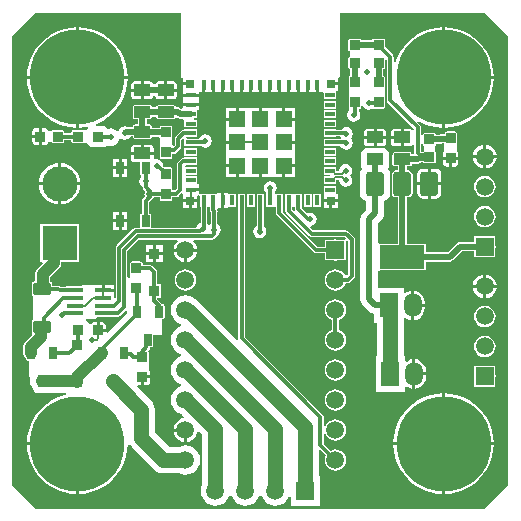
<source format=gtl>
G04*
G04 #@! TF.GenerationSoftware,Altium Limited,Altium Designer,20.0.7 (75)*
G04*
G04 Layer_Physical_Order=1*
G04 Layer_Color=255*
%FSLAX44Y44*%
%MOMM*%
G71*
G01*
G75*
%ADD18R,0.7112X0.9906*%
G04:AMPARAMS|DCode=19|XSize=0.9mm|YSize=0.8mm|CornerRadius=0.06mm|HoleSize=0mm|Usage=FLASHONLY|Rotation=0.000|XOffset=0mm|YOffset=0mm|HoleType=Round|Shape=RoundedRectangle|*
%AMROUNDEDRECTD19*
21,1,0.9000,0.6800,0,0,0.0*
21,1,0.7800,0.8000,0,0,0.0*
1,1,0.1200,0.3900,-0.3400*
1,1,0.1200,-0.3900,-0.3400*
1,1,0.1200,-0.3900,0.3400*
1,1,0.1200,0.3900,0.3400*
%
%ADD19ROUNDEDRECTD19*%
G04:AMPARAMS|DCode=20|XSize=0.9mm|YSize=0.8mm|CornerRadius=0.06mm|HoleSize=0mm|Usage=FLASHONLY|Rotation=270.000|XOffset=0mm|YOffset=0mm|HoleType=Round|Shape=RoundedRectangle|*
%AMROUNDEDRECTD20*
21,1,0.9000,0.6800,0,0,270.0*
21,1,0.7800,0.8000,0,0,270.0*
1,1,0.1200,-0.3400,-0.3900*
1,1,0.1200,-0.3400,0.3900*
1,1,0.1200,0.3400,0.3900*
1,1,0.1200,0.3400,-0.3900*
%
%ADD20ROUNDEDRECTD20*%
G04:AMPARAMS|DCode=21|XSize=0.8mm|YSize=0.9mm|CornerRadius=0.06mm|HoleSize=0mm|Usage=FLASHONLY|Rotation=0.000|XOffset=0mm|YOffset=0mm|HoleType=Round|Shape=RoundedRectangle|*
%AMROUNDEDRECTD21*
21,1,0.8000,0.7800,0,0,0.0*
21,1,0.6800,0.9000,0,0,0.0*
1,1,0.1200,0.3400,-0.3900*
1,1,0.1200,-0.3400,-0.3900*
1,1,0.1200,-0.3400,0.3900*
1,1,0.1200,0.3400,0.3900*
%
%ADD21ROUNDEDRECTD21*%
%ADD22R,1.3208X0.4318*%
G04:AMPARAMS|DCode=23|XSize=1mm|YSize=1.5mm|CornerRadius=0.05mm|HoleSize=0mm|Usage=FLASHONLY|Rotation=270.000|XOffset=0mm|YOffset=0mm|HoleType=Round|Shape=RoundedRectangle|*
%AMROUNDEDRECTD23*
21,1,1.0000,1.4000,0,0,270.0*
21,1,0.9000,1.5000,0,0,270.0*
1,1,0.1000,-0.7000,-0.4500*
1,1,0.1000,-0.7000,0.4500*
1,1,0.1000,0.7000,0.4500*
1,1,0.1000,0.7000,-0.4500*
%
%ADD23ROUNDEDRECTD23*%
G04:AMPARAMS|DCode=24|XSize=0.6mm|YSize=1.05mm|CornerRadius=0.045mm|HoleSize=0mm|Usage=FLASHONLY|Rotation=0.000|XOffset=0mm|YOffset=0mm|HoleType=Round|Shape=RoundedRectangle|*
%AMROUNDEDRECTD24*
21,1,0.6000,0.9600,0,0,0.0*
21,1,0.5100,1.0500,0,0,0.0*
1,1,0.0900,0.2550,-0.4800*
1,1,0.0900,-0.2550,-0.4800*
1,1,0.0900,-0.2550,0.4800*
1,1,0.0900,0.2550,0.4800*
%
%ADD24ROUNDEDRECTD24*%
%ADD25R,0.9500X0.9000*%
G04:AMPARAMS|DCode=26|XSize=0.95mm|YSize=1.4mm|CornerRadius=0.0712mm|HoleSize=0mm|Usage=FLASHONLY|Rotation=90.000|XOffset=0mm|YOffset=0mm|HoleType=Round|Shape=RoundedRectangle|*
%AMROUNDEDRECTD26*
21,1,0.9500,1.2575,0,0,90.0*
21,1,0.8075,1.4000,0,0,90.0*
1,1,0.1425,0.6288,0.4037*
1,1,0.1425,0.6288,-0.4037*
1,1,0.1425,-0.6288,-0.4037*
1,1,0.1425,-0.6288,0.4037*
%
%ADD26ROUNDEDRECTD26*%
G04:AMPARAMS|DCode=27|XSize=0.8mm|YSize=0.9mm|CornerRadius=0.06mm|HoleSize=0mm|Usage=FLASHONLY|Rotation=90.000|XOffset=0mm|YOffset=0mm|HoleType=Round|Shape=RoundedRectangle|*
%AMROUNDEDRECTD27*
21,1,0.8000,0.7800,0,0,90.0*
21,1,0.6800,0.9000,0,0,90.0*
1,1,0.1200,0.3900,0.3400*
1,1,0.1200,0.3900,-0.3400*
1,1,0.1200,-0.3900,-0.3400*
1,1,0.1200,-0.3900,0.3400*
%
%ADD27ROUNDEDRECTD27*%
G04:AMPARAMS|DCode=28|XSize=1.5mm|YSize=2mm|CornerRadius=0.1875mm|HoleSize=0mm|Usage=FLASHONLY|Rotation=180.000|XOffset=0mm|YOffset=0mm|HoleType=Round|Shape=RoundedRectangle|*
%AMROUNDEDRECTD28*
21,1,1.5000,1.6250,0,0,180.0*
21,1,1.1250,2.0000,0,0,180.0*
1,1,0.3750,-0.5625,0.8125*
1,1,0.3750,0.5625,0.8125*
1,1,0.3750,0.5625,-0.8125*
1,1,0.3750,-0.5625,-0.8125*
%
%ADD28ROUNDEDRECTD28*%
G04:AMPARAMS|DCode=29|XSize=3.8mm|YSize=2mm|CornerRadius=0.05mm|HoleSize=0mm|Usage=FLASHONLY|Rotation=180.000|XOffset=0mm|YOffset=0mm|HoleType=Round|Shape=RoundedRectangle|*
%AMROUNDEDRECTD29*
21,1,3.8000,1.9000,0,0,180.0*
21,1,3.7000,2.0000,0,0,180.0*
1,1,0.1000,-1.8500,0.9500*
1,1,0.1000,1.8500,0.9500*
1,1,0.1000,1.8500,-0.9500*
1,1,0.1000,-1.8500,-0.9500*
%
%ADD29ROUNDEDRECTD29*%
%ADD30R,1.4478X1.4478*%
%ADD31R,0.7112X0.7112*%
%ADD32R,0.4064X0.8128*%
%ADD33R,0.8128X0.4064*%
%ADD56C,0.1824*%
%ADD57C,0.3000*%
%ADD58C,0.5000*%
%ADD59C,1.2500*%
%ADD60C,1.0000*%
%ADD61C,1.5000*%
%ADD62R,1.5000X1.5000*%
%ADD63C,3.0000*%
%ADD64R,3.0000X3.0000*%
%ADD65R,1.5000X1.5000*%
%ADD66R,1.5000X2.0000*%
%ADD67O,1.5000X2.0000*%
%ADD68C,8.0000*%
%ADD69C,0.5000*%
G36*
X210000Y190000D02*
Y-190000D01*
X190000Y-210000D01*
X-190000D01*
X-210000Y-190000D01*
Y190000D01*
X-190000Y210000D01*
X-67415D01*
Y156007D01*
X-67012Y155035D01*
X-66040Y154632D01*
X-65596D01*
Y150770D01*
X-59500D01*
Y148230D01*
X-65596D01*
Y144572D01*
X-65604D01*
Y141270D01*
X-59000D01*
X-52396D01*
Y142396D01*
X-49270D01*
Y149000D01*
X-46730D01*
Y142396D01*
X-41270D01*
Y149000D01*
X-38730D01*
Y142396D01*
X-33270D01*
Y149000D01*
X-30730D01*
Y142396D01*
X-25270D01*
Y149000D01*
X-22730D01*
Y142396D01*
X-17270D01*
Y149000D01*
X-14730D01*
Y142396D01*
X-9270D01*
Y149000D01*
X-6730D01*
Y142396D01*
X-1270D01*
Y149000D01*
X1270D01*
Y142396D01*
X6730D01*
Y149000D01*
X9270D01*
Y142396D01*
X14730D01*
Y149000D01*
X17270D01*
Y142396D01*
X22730D01*
Y149000D01*
X25270D01*
Y142396D01*
X30730D01*
Y149000D01*
X33270D01*
Y142396D01*
X38730D01*
Y149000D01*
X41270D01*
Y142396D01*
X46730D01*
Y149000D01*
X49270D01*
Y142396D01*
X52396D01*
X52572Y142396D01*
X53666Y141971D01*
Y136698D01*
X64334D01*
X64334Y143302D01*
X65562Y143404D01*
X65596D01*
Y148230D01*
X59500D01*
Y150770D01*
X65596D01*
Y154632D01*
X66040D01*
X67012Y155035D01*
X67415Y156007D01*
Y210000D01*
X190000D01*
X210000Y190000D01*
D02*
G37*
%LPC*%
G36*
X153730Y197548D02*
X149436Y197267D01*
X143966Y196179D01*
X138686Y194386D01*
X133684Y191920D01*
X129048Y188822D01*
X124855Y185145D01*
X121178Y180952D01*
X118080Y176316D01*
X115614Y171314D01*
X114094Y166838D01*
X112824Y167048D01*
Y172500D01*
X112609Y173581D01*
X111997Y174497D01*
X105807Y180688D01*
Y185900D01*
X105661Y186630D01*
X105248Y187248D01*
X104630Y187661D01*
X103900Y187807D01*
X96100D01*
X95370Y187661D01*
X94752Y187248D01*
X94339Y186630D01*
X94282Y186344D01*
X85718D01*
X85661Y186630D01*
X85248Y187248D01*
X84630Y187661D01*
X83900Y187807D01*
X76100D01*
X75370Y187661D01*
X74752Y187248D01*
X74338Y186630D01*
X74193Y185900D01*
Y179100D01*
X74338Y178370D01*
X74752Y177752D01*
X75370Y177339D01*
X75500Y177313D01*
Y172687D01*
X75370Y172661D01*
X74752Y172248D01*
X74338Y171630D01*
X74193Y170900D01*
Y164100D01*
X74338Y163370D01*
X74752Y162752D01*
X75370Y162339D01*
X76100Y162193D01*
X76156D01*
Y156718D01*
X75870Y156662D01*
X75252Y156248D01*
X74839Y155630D01*
X74693Y154900D01*
Y147100D01*
X74752Y146807D01*
X74625Y146502D01*
Y138502D01*
X74752Y138196D01*
X74693Y137900D01*
Y130100D01*
X74839Y129370D01*
X75189Y128846D01*
X75248Y128697D01*
X75150Y127292D01*
X75035Y127215D01*
X73819Y125396D01*
X73392Y123250D01*
X73819Y121104D01*
X75035Y119285D01*
X76854Y118069D01*
X79000Y117642D01*
X81146Y118069D01*
X82965Y119285D01*
X84181Y121104D01*
X84608Y123250D01*
X84181Y125396D01*
X83160Y126923D01*
X83281Y127565D01*
X83398Y127838D01*
X83685Y128250D01*
X84130Y128338D01*
X84748Y128752D01*
X85162Y129370D01*
X85307Y130100D01*
Y130941D01*
X86569Y131104D01*
X87785Y129285D01*
X89604Y128069D01*
X91750Y127642D01*
X93896Y128069D01*
X95149Y128906D01*
X95252Y128752D01*
X95870Y128338D01*
X96600Y128193D01*
X103400D01*
X104130Y128338D01*
X104748Y128752D01*
X105162Y129370D01*
X105307Y130100D01*
Y137900D01*
X105248Y138196D01*
X105374Y138502D01*
Y146502D01*
X105248Y146807D01*
X105307Y147100D01*
Y154900D01*
X105162Y155630D01*
X104748Y156248D01*
X104130Y156662D01*
X103844Y156718D01*
Y162193D01*
X103900D01*
X104630Y162339D01*
X105248Y162752D01*
X105661Y163370D01*
X105807Y164100D01*
Y169536D01*
X107077Y170256D01*
X107176Y170196D01*
Y135750D01*
X107176Y135750D01*
X107391Y134669D01*
X108003Y133753D01*
X129945Y111810D01*
X129846Y111102D01*
X129151Y110833D01*
X128510Y110714D01*
X127557Y111351D01*
X126287Y111604D01*
X121270D01*
Y104250D01*
X120000D01*
D01*
X121270D01*
Y96896D01*
X126287D01*
X127557Y97149D01*
X128632Y97867D01*
X128906Y98277D01*
X130176Y97891D01*
Y91307D01*
X130176Y91306D01*
X130264Y90864D01*
X129562Y89829D01*
X129035Y89812D01*
X128277Y89948D01*
X128155Y90561D01*
X127717Y91217D01*
X127061Y91655D01*
X126287Y91809D01*
X113713D01*
X112939Y91655D01*
X112283Y91217D01*
X111845Y90561D01*
X111691Y89788D01*
Y81713D01*
X111845Y80939D01*
X112283Y80283D01*
X112939Y79845D01*
X113713Y79691D01*
X116156D01*
Y76332D01*
X114375D01*
X113148Y76087D01*
X112108Y75392D01*
X111412Y74352D01*
X111168Y73125D01*
Y56875D01*
X111412Y55648D01*
X112108Y54608D01*
X113148Y53913D01*
X114375Y53668D01*
X116156D01*
Y14305D01*
X101500D01*
X101085Y14222D01*
X100175Y14718D01*
X99815Y15030D01*
Y32117D01*
X102349Y34651D01*
X103551Y36218D01*
X104307Y38042D01*
X104436Y39021D01*
X104565Y40000D01*
X104565Y40000D01*
Y50237D01*
X106092Y50870D01*
X107528Y51972D01*
X108630Y53408D01*
X109323Y55080D01*
X109559Y56875D01*
Y73125D01*
X109323Y74920D01*
X108630Y76592D01*
X107618Y77911D01*
X108669Y79484D01*
X109112Y81713D01*
Y89788D01*
X108669Y92016D01*
X107406Y93906D01*
X105516Y95169D01*
X103287Y95612D01*
X90712D01*
X88484Y95169D01*
X86594Y93906D01*
X85331Y92016D01*
X84888Y89788D01*
Y81713D01*
X85331Y79484D01*
X86382Y77911D01*
X85370Y76592D01*
X84677Y74920D01*
X84441Y73125D01*
Y56875D01*
X84677Y55080D01*
X85370Y53408D01*
X86472Y51972D01*
X87908Y50870D01*
X89435Y50237D01*
Y43133D01*
X86901Y40599D01*
X85699Y39032D01*
X84943Y37208D01*
X84685Y35250D01*
Y-32750D01*
X84943Y-34708D01*
X85699Y-36532D01*
X86901Y-38099D01*
X91580Y-42778D01*
X91580Y-42778D01*
X93147Y-43980D01*
X94971Y-44736D01*
X96500Y-44937D01*
Y-53000D01*
X98653D01*
Y-81000D01*
X97500D01*
Y-111000D01*
X122500D01*
Y-107001D01*
X123770Y-106375D01*
X124937Y-107270D01*
X127379Y-108282D01*
X128730Y-108459D01*
Y-96000D01*
Y-83541D01*
X127379Y-83718D01*
X124937Y-84730D01*
X123770Y-85625D01*
X122500Y-84999D01*
Y-81000D01*
X121347D01*
Y-53000D01*
X121500D01*
Y-49001D01*
X122770Y-48375D01*
X123937Y-49270D01*
X126379Y-50282D01*
X127730Y-50459D01*
Y-38000D01*
Y-25541D01*
X126379Y-25718D01*
X123937Y-26730D01*
X122770Y-27625D01*
X121500Y-26999D01*
Y-23000D01*
X99815D01*
Y-9030D01*
X100175Y-8718D01*
X101085Y-8222D01*
X101500Y-8305D01*
X138500D01*
X139191Y-8167D01*
X139776Y-7776D01*
X140167Y-7191D01*
X140305Y-6500D01*
Y-844D01*
X160250D01*
X160250Y-844D01*
X161721Y-551D01*
X162968Y282D01*
X170743Y8056D01*
X181230D01*
Y3130D01*
X187663D01*
X190000Y2823D01*
X192337Y3130D01*
X198770D01*
Y9564D01*
X199078Y11900D01*
X198770Y14237D01*
Y20670D01*
X192337D01*
X190000Y20978D01*
X187663Y20670D01*
X181230D01*
Y15744D01*
X169151D01*
X169150Y15744D01*
X167679Y15452D01*
X166432Y14618D01*
X166432Y14618D01*
X158658Y6844D01*
X140305D01*
Y12500D01*
X140167Y13191D01*
X139776Y13776D01*
X139191Y14167D01*
X138500Y14305D01*
X123844D01*
Y53668D01*
X125625D01*
X126852Y53913D01*
X127892Y54608D01*
X128588Y55648D01*
X128832Y56875D01*
Y73125D01*
X128588Y74352D01*
X127892Y75392D01*
X126852Y76087D01*
X125625Y76332D01*
X123844D01*
Y79691D01*
X126287D01*
X127061Y79845D01*
X127717Y80283D01*
X128155Y80939D01*
X128309Y81713D01*
Y81906D01*
X133250D01*
X133250Y81906D01*
X134721Y82199D01*
X135968Y83032D01*
X136205Y83269D01*
X137452Y83200D01*
X137752Y82752D01*
X138370Y82338D01*
X139100Y82193D01*
X146900D01*
X147630Y82338D01*
X148248Y82752D01*
X148661Y83370D01*
X148807Y84100D01*
Y90900D01*
X148661Y91630D01*
X148248Y92248D01*
X147630Y92662D01*
X147500Y92687D01*
Y97313D01*
X147630Y97338D01*
X148248Y97752D01*
X148661Y98370D01*
X148718Y98656D01*
X152000D01*
X152000Y98656D01*
X153471Y98949D01*
X153965Y99279D01*
X155438D01*
X155625Y98998D01*
Y92857D01*
X155336Y92664D01*
X154642Y91625D01*
X154398Y90400D01*
Y87770D01*
X161000D01*
X167602D01*
Y90400D01*
X167358Y91625D01*
X166664Y92664D01*
X166375Y92857D01*
Y98998D01*
X166248Y99304D01*
X166307Y99600D01*
Y107400D01*
X166161Y108130D01*
X165748Y108748D01*
X165130Y109162D01*
X164400Y109307D01*
X157600D01*
X156870Y109162D01*
X156252Y108748D01*
X155838Y108130D01*
X155693Y107400D01*
Y106966D01*
X152623D01*
X152622Y106966D01*
X151152Y106674D01*
X150658Y106344D01*
X148718D01*
X148661Y106630D01*
X148248Y107248D01*
X147630Y107662D01*
X146900Y107807D01*
X139100D01*
X138370Y107662D01*
X137752Y107248D01*
X137338Y106630D01*
X137193Y105900D01*
Y99100D01*
X137338Y98370D01*
X137752Y97752D01*
X138370Y97338D01*
X138500Y97313D01*
Y92687D01*
X138370Y92662D01*
X137752Y92248D01*
X137734Y92221D01*
X136079D01*
X135824Y92476D01*
Y112750D01*
X135824Y112750D01*
X135609Y113831D01*
X134997Y114747D01*
X132199Y117545D01*
X133008Y118532D01*
X133684Y118080D01*
X138686Y115614D01*
X143966Y113821D01*
X149436Y112733D01*
X153730Y112452D01*
Y155000D01*
Y197548D01*
D02*
G37*
G36*
X156270D02*
Y156270D01*
X197548D01*
X197267Y160564D01*
X196179Y166034D01*
X194386Y171314D01*
X191920Y176316D01*
X188822Y180952D01*
X185145Y185145D01*
X180952Y188822D01*
X176316Y191920D01*
X171314Y194386D01*
X166034Y196179D01*
X160564Y197267D01*
X156270Y197548D01*
D02*
G37*
G36*
X-153730D02*
Y156270D01*
X-112452D01*
X-112733Y160564D01*
X-113821Y166034D01*
X-115614Y171314D01*
X-118080Y176316D01*
X-121178Y180952D01*
X-124855Y185145D01*
X-129048Y188822D01*
X-133684Y191920D01*
X-138686Y194386D01*
X-143966Y196179D01*
X-149436Y197267D01*
X-153730Y197548D01*
D02*
G37*
G36*
X-156270D02*
X-160564Y197267D01*
X-166034Y196179D01*
X-171314Y194386D01*
X-176316Y191920D01*
X-180952Y188822D01*
X-185145Y185145D01*
X-188822Y180952D01*
X-191920Y176316D01*
X-194386Y171314D01*
X-196179Y166034D01*
X-197267Y160564D01*
X-197548Y156270D01*
X-156270D01*
Y197548D01*
D02*
G37*
G36*
X-81270Y151604D02*
X-86287D01*
X-87556Y151351D01*
X-88632Y150632D01*
X-89351Y149557D01*
X-89353Y149550D01*
X-90647D01*
X-90649Y149557D01*
X-91368Y150632D01*
X-92443Y151351D01*
X-93713Y151604D01*
X-98730D01*
Y144250D01*
Y136896D01*
X-93713D01*
X-92443Y137149D01*
X-91368Y137868D01*
X-90649Y138943D01*
X-90647Y138950D01*
X-89353D01*
X-89351Y138943D01*
X-88632Y137868D01*
X-87556Y137149D01*
X-86287Y136896D01*
X-81270D01*
Y144250D01*
Y151604D01*
D02*
G37*
G36*
X-73713D02*
X-78730D01*
Y145520D01*
X-70396D01*
Y148287D01*
X-70649Y149557D01*
X-71368Y150632D01*
X-72443Y151351D01*
X-73713Y151604D01*
D02*
G37*
G36*
X-101270D02*
X-106287D01*
X-107556Y151351D01*
X-108632Y150632D01*
X-109351Y149557D01*
X-109604Y148287D01*
Y145520D01*
X-101270D01*
Y151604D01*
D02*
G37*
G36*
X-70396Y142980D02*
X-78730D01*
Y136896D01*
X-73713D01*
X-72443Y137149D01*
X-71368Y137868D01*
X-70649Y138943D01*
X-70396Y140212D01*
Y142980D01*
D02*
G37*
G36*
X-101270D02*
X-109604D01*
Y140212D01*
X-109351Y138943D01*
X-108632Y137868D01*
X-107556Y137149D01*
X-106287Y136896D01*
X-101270D01*
Y142980D01*
D02*
G37*
G36*
X-52396Y138730D02*
X-59000D01*
X-65604D01*
Y135428D01*
Y133270D01*
X-59000D01*
X-52396D01*
Y135428D01*
Y138730D01*
D02*
G37*
G36*
X9971Y129529D02*
X8701Y129529D01*
X1270D01*
Y119750D01*
X-1270D01*
Y129529D01*
X-8701D01*
X-9779Y129529D01*
X-11049Y129529D01*
X-18480D01*
Y119750D01*
X-19750D01*
Y118480D01*
X-29529D01*
Y111049D01*
X-29529Y109971D01*
X-29529Y108701D01*
Y101270D01*
X-19750D01*
Y98730D01*
X-29529D01*
Y91299D01*
X-29529Y90221D01*
X-29529Y88951D01*
Y81520D01*
X-19750D01*
Y80250D01*
X-18480D01*
Y70471D01*
X-11049D01*
X-9971Y70471D01*
X-8701Y70471D01*
X-1270D01*
Y80250D01*
X1270D01*
Y70471D01*
X8701D01*
X9779Y70471D01*
X11049Y70471D01*
X18480D01*
Y80250D01*
X19750D01*
Y81520D01*
X29529D01*
Y88951D01*
X29529Y90029D01*
X29529Y91299D01*
Y98730D01*
X19750D01*
Y101270D01*
X29529D01*
Y108701D01*
X29529Y109779D01*
X29529Y111049D01*
Y118480D01*
X19750D01*
Y119750D01*
X18480D01*
Y129529D01*
X11049D01*
X9971Y129529D01*
D02*
G37*
G36*
X64334Y135302D02*
X53666D01*
Y128698D01*
X64334D01*
Y135302D01*
D02*
G37*
G36*
X21020Y129529D02*
Y121020D01*
X29529D01*
Y129529D01*
X21020D01*
D02*
G37*
G36*
X-21020D02*
X-29529D01*
Y121020D01*
X-21020D01*
Y129529D01*
D02*
G37*
G36*
X64334Y127302D02*
X53666D01*
Y120698D01*
X64334D01*
Y127302D01*
D02*
G37*
G36*
Y119302D02*
X53666D01*
Y112698D01*
X64334D01*
Y119302D01*
D02*
G37*
G36*
X-112452Y153730D02*
X-153730D01*
Y112452D01*
X-149436Y112733D01*
X-146224Y113372D01*
X-145984Y113087D01*
X-145594Y112203D01*
X-146675Y110585D01*
X-146717Y110374D01*
X-150000D01*
X-150305Y110248D01*
X-150600Y110307D01*
X-158400D01*
X-159130Y110162D01*
X-159748Y109748D01*
X-160161Y109130D01*
X-160307Y108400D01*
Y107824D01*
X-166193D01*
Y108900D01*
X-166339Y109630D01*
X-166752Y110248D01*
X-167370Y110661D01*
X-168100Y110807D01*
X-174900D01*
X-175630Y110661D01*
X-176248Y110248D01*
X-176661Y109630D01*
X-176687Y109500D01*
X-180018D01*
X-180142Y110125D01*
X-180836Y111164D01*
X-181875Y111858D01*
X-183100Y112101D01*
X-185230D01*
Y105000D01*
Y97899D01*
X-183100D01*
X-181875Y98142D01*
X-180836Y98836D01*
X-180142Y99875D01*
X-180018Y100500D01*
X-176687D01*
X-176661Y100370D01*
X-176248Y99752D01*
X-175630Y99339D01*
X-174900Y99193D01*
X-168100D01*
X-167370Y99339D01*
X-166752Y99752D01*
X-166339Y100370D01*
X-166193Y101100D01*
Y102176D01*
X-160307D01*
Y101600D01*
X-160161Y100870D01*
X-159748Y100252D01*
X-159130Y99838D01*
X-158400Y99693D01*
X-150600D01*
X-150306Y99752D01*
X-150000Y99625D01*
X-146717D01*
X-146675Y99415D01*
X-145437Y97563D01*
X-143585Y96325D01*
X-141400Y95890D01*
X-133600D01*
X-131415Y96325D01*
X-129808Y97399D01*
X-128708Y96943D01*
X-126750Y96685D01*
X-124792Y96943D01*
X-122968Y97699D01*
X-121401Y98901D01*
X-120199Y100468D01*
X-119443Y102292D01*
X-119358Y102937D01*
X-117996Y103554D01*
X-116896Y102819D01*
X-114750Y102392D01*
X-112604Y102819D01*
X-110785Y104035D01*
X-109868Y105406D01*
X-108309D01*
Y105212D01*
X-108155Y104439D01*
X-107717Y103783D01*
X-107061Y103345D01*
X-106287Y103191D01*
X-93713D01*
X-92939Y103345D01*
X-92283Y103783D01*
X-91845Y104439D01*
X-91802Y104656D01*
X-86478D01*
X-85375Y104002D01*
Y96002D01*
X-85248Y95695D01*
X-85307Y95400D01*
Y87600D01*
X-85162Y86870D01*
X-84748Y86252D01*
X-84130Y85838D01*
X-83400Y85693D01*
X-76600D01*
X-75870Y85838D01*
X-75252Y86252D01*
X-74839Y86870D01*
X-74693Y87600D01*
Y90418D01*
X-73257D01*
X-73257Y90418D01*
X-72176Y90633D01*
X-71260Y91246D01*
X-67753Y94753D01*
X-67753Y94753D01*
X-67141Y95669D01*
X-66926Y96750D01*
X-66926Y96750D01*
Y102080D01*
X-65533Y103472D01*
X-64334Y102876D01*
X-64334Y102209D01*
Y96698D01*
X-53666D01*
Y97176D01*
X-50552D01*
X-48896Y96069D01*
X-46750Y95642D01*
X-44604Y96069D01*
X-42785Y97285D01*
X-41569Y99104D01*
X-41142Y101250D01*
X-41569Y103396D01*
X-42785Y105215D01*
X-44604Y106431D01*
X-46750Y106858D01*
X-48896Y106431D01*
X-50715Y105215D01*
X-51931Y103396D01*
X-52045Y102824D01*
X-53666D01*
Y103302D01*
X-62555D01*
X-63249Y104425D01*
X-63262Y104572D01*
X-63184Y104698D01*
X-53666D01*
Y111302D01*
X-64334D01*
Y110594D01*
X-65230D01*
X-66311Y110379D01*
X-67227Y109767D01*
X-67227Y109767D01*
X-71747Y105247D01*
X-72359Y104331D01*
X-72574Y103250D01*
X-72574Y103250D01*
Y98017D01*
X-73531Y97241D01*
X-74625Y97709D01*
Y104002D01*
X-74752Y104307D01*
X-74693Y104600D01*
Y112400D01*
X-74839Y113130D01*
X-75252Y113748D01*
X-75870Y114162D01*
X-76600Y114307D01*
X-83400D01*
X-84130Y114162D01*
X-84748Y113748D01*
X-85162Y113130D01*
X-85307Y112400D01*
Y112344D01*
X-91691D01*
Y113287D01*
X-91845Y114061D01*
X-92283Y114717D01*
X-92939Y115155D01*
X-93713Y115309D01*
X-96156D01*
Y119691D01*
X-93713D01*
X-92939Y119845D01*
X-92283Y120283D01*
X-91845Y120939D01*
X-91691Y121713D01*
Y121906D01*
X-88309D01*
Y121713D01*
X-88155Y120939D01*
X-87717Y120283D01*
X-87061Y119845D01*
X-86287Y119691D01*
X-73713D01*
X-72939Y119845D01*
X-72283Y120283D01*
X-71976Y120744D01*
X-71339Y121016D01*
X-70510Y121143D01*
X-69471Y120449D01*
X-68000Y120156D01*
X-65250D01*
X-64334Y119302D01*
X-64334Y118886D01*
Y112698D01*
X-53666D01*
Y119302D01*
X-55822D01*
X-55863Y119339D01*
X-56274Y120572D01*
X-56105Y120698D01*
X-53666D01*
Y127302D01*
X-52448Y127428D01*
X-52396D01*
Y130730D01*
X-59000D01*
X-65604D01*
Y128836D01*
X-66874Y128310D01*
X-67282Y128718D01*
X-68529Y129551D01*
X-70000Y129844D01*
X-70000Y129844D01*
X-71702D01*
X-71845Y130561D01*
X-72283Y131217D01*
X-72939Y131655D01*
X-73713Y131809D01*
X-86287D01*
X-87061Y131655D01*
X-87717Y131217D01*
X-88155Y130561D01*
X-88309Y129788D01*
Y129594D01*
X-91691D01*
Y129788D01*
X-91845Y130561D01*
X-92283Y131217D01*
X-92939Y131655D01*
X-93713Y131809D01*
X-106287D01*
X-107061Y131655D01*
X-107717Y131217D01*
X-108155Y130561D01*
X-108309Y129788D01*
Y121713D01*
X-108155Y120939D01*
X-107717Y120283D01*
X-107061Y119845D01*
X-106287Y119691D01*
X-103844D01*
Y115309D01*
X-106287D01*
X-107061Y115155D01*
X-107717Y114717D01*
X-108155Y114061D01*
X-108309Y113287D01*
Y113094D01*
X-112474D01*
X-112604Y113181D01*
X-114750Y113608D01*
X-116896Y113181D01*
X-118715Y111965D01*
X-119931Y110146D01*
X-120020Y109699D01*
X-121257Y109411D01*
X-121401Y109599D01*
X-122968Y110801D01*
X-124792Y111557D01*
X-126750Y111815D01*
X-128708Y111557D01*
X-128917Y111470D01*
X-129563Y112437D01*
X-131415Y113675D01*
X-133600Y114110D01*
X-139166D01*
X-139375Y115380D01*
X-138686Y115614D01*
X-133684Y118080D01*
X-129048Y121178D01*
X-124855Y124855D01*
X-121178Y129048D01*
X-118080Y133684D01*
X-115614Y138686D01*
X-113821Y143966D01*
X-112733Y149436D01*
X-112452Y153730D01*
D02*
G37*
G36*
X197548D02*
X156270D01*
Y112452D01*
X160564Y112733D01*
X166034Y113821D01*
X171314Y115614D01*
X176316Y118080D01*
X180952Y121178D01*
X185145Y124855D01*
X188822Y129048D01*
X191920Y133684D01*
X194386Y138686D01*
X196179Y143966D01*
X197267Y149436D01*
X197548Y153730D01*
D02*
G37*
G36*
X-156270D02*
X-197548D01*
X-197267Y149436D01*
X-196179Y143966D01*
X-194386Y138686D01*
X-191920Y133684D01*
X-188822Y129048D01*
X-185145Y124855D01*
X-180952Y121178D01*
X-176316Y118080D01*
X-171314Y115614D01*
X-166034Y113821D01*
X-160564Y112733D01*
X-156270Y112452D01*
Y153730D01*
D02*
G37*
G36*
X72750Y113108D02*
X70604Y112681D01*
X68785Y111465D01*
X68356Y110824D01*
X64334D01*
Y111302D01*
X53666D01*
Y104698D01*
X64334D01*
Y105176D01*
X67688D01*
X68111Y104543D01*
X68422Y104046D01*
X67736Y102824D01*
X64334D01*
Y103302D01*
X53666D01*
Y96698D01*
X64334D01*
Y97176D01*
X67688D01*
X68785Y95535D01*
X70604Y94319D01*
X72750Y93892D01*
X74896Y94319D01*
X76715Y95535D01*
X77931Y97354D01*
X78358Y99500D01*
X77931Y101646D01*
X77389Y102457D01*
X76737Y103500D01*
X77389Y104543D01*
X77931Y105354D01*
X78358Y107500D01*
X77931Y109646D01*
X76715Y111465D01*
X74896Y112681D01*
X72750Y113108D01*
D02*
G37*
G36*
X-187770Y112101D02*
X-189900D01*
X-191125Y111858D01*
X-192164Y111164D01*
X-192858Y110125D01*
X-193102Y108900D01*
Y106270D01*
X-187770D01*
Y112101D01*
D02*
G37*
G36*
X103287Y111604D02*
X98270D01*
Y105520D01*
X106604D01*
Y108287D01*
X106351Y109557D01*
X105632Y110632D01*
X104557Y111351D01*
X103287Y111604D01*
D02*
G37*
G36*
X95730D02*
X90712D01*
X89444Y111351D01*
X88368Y110632D01*
X87649Y109557D01*
X87396Y108287D01*
Y105520D01*
X95730D01*
Y111604D01*
D02*
G37*
G36*
X118730D02*
X113713D01*
X112444Y111351D01*
X111368Y110632D01*
X110649Y109557D01*
X110396Y108287D01*
Y105520D01*
X118730D01*
Y111604D01*
D02*
G37*
G36*
X-187770Y103730D02*
X-193102D01*
Y101100D01*
X-192858Y99875D01*
X-192164Y98836D01*
X-191125Y98142D01*
X-189900Y97899D01*
X-187770D01*
Y103730D01*
D02*
G37*
G36*
X118730Y102980D02*
X110396D01*
Y100212D01*
X110649Y98943D01*
X111368Y97867D01*
X112444Y97149D01*
X113713Y96896D01*
X118730D01*
Y102980D01*
D02*
G37*
G36*
X106604Y102980D02*
X98270D01*
Y96896D01*
X103287D01*
X104557Y97149D01*
X105632Y97867D01*
X106351Y98943D01*
X106604Y100212D01*
Y102980D01*
D02*
G37*
G36*
X95730D02*
X87396D01*
Y100212D01*
X87649Y98943D01*
X88368Y97867D01*
X89444Y97149D01*
X90712Y96896D01*
X95730D01*
Y102980D01*
D02*
G37*
G36*
X-93713Y98104D02*
X-98730D01*
Y92020D01*
X-90396D01*
Y94788D01*
X-90649Y96057D01*
X-91368Y97132D01*
X-92444Y97851D01*
X-93713Y98104D01*
D02*
G37*
G36*
X-101270D02*
X-106287D01*
X-107557Y97851D01*
X-108632Y97132D01*
X-109351Y96057D01*
X-109604Y94788D01*
Y92020D01*
X-101270D01*
Y98104D01*
D02*
G37*
G36*
X191270Y98059D02*
Y89370D01*
X199959D01*
X199781Y90721D01*
X198770Y93163D01*
X197160Y95260D01*
X195063Y96869D01*
X192621Y97881D01*
X191270Y98059D01*
D02*
G37*
G36*
X188730D02*
X187379Y97881D01*
X184937Y96869D01*
X182839Y95260D01*
X181230Y93163D01*
X180218Y90721D01*
X180040Y89370D01*
X188730D01*
Y98059D01*
D02*
G37*
G36*
X64334Y95302D02*
X53666D01*
Y88698D01*
X64334D01*
Y95302D01*
D02*
G37*
G36*
X-53666D02*
X-64334D01*
Y88698D01*
X-53666D01*
Y95302D01*
D02*
G37*
G36*
X64334Y87302D02*
X53666D01*
Y80698D01*
X64334D01*
Y87302D01*
D02*
G37*
G36*
X-112654Y85993D02*
X-117480D01*
Y79770D01*
X-112654D01*
Y85993D01*
D02*
G37*
G36*
X-120020D02*
X-124846D01*
Y79770D01*
X-120020D01*
Y85993D01*
D02*
G37*
G36*
X167602Y85230D02*
X162270D01*
Y79398D01*
X164400D01*
X165625Y79642D01*
X166664Y80336D01*
X167358Y81375D01*
X167602Y82600D01*
Y85230D01*
D02*
G37*
G36*
X159730D02*
X154398D01*
Y82600D01*
X154642Y81375D01*
X155336Y80336D01*
X156375Y79642D01*
X157600Y79398D01*
X159730D01*
Y85230D01*
D02*
G37*
G36*
X199959Y86830D02*
X191270D01*
Y78140D01*
X192621Y78318D01*
X195063Y79330D01*
X197160Y80939D01*
X198770Y83036D01*
X199781Y85479D01*
X199959Y86830D01*
D02*
G37*
G36*
X188730D02*
X180040D01*
X180218Y85479D01*
X181230Y83036D01*
X182839Y80939D01*
X184937Y79330D01*
X187379Y78318D01*
X188730Y78140D01*
Y86830D01*
D02*
G37*
G36*
X72250Y81838D02*
X70104Y81411D01*
X68285Y80195D01*
X67069Y78376D01*
X66642Y76230D01*
X66266Y75771D01*
X64334D01*
Y79302D01*
X53666D01*
Y72698D01*
X59278D01*
X59681Y72000D01*
X59278Y71302D01*
X53666D01*
Y64698D01*
X64334D01*
Y68229D01*
X66573D01*
X66715Y68056D01*
X67142Y65910D01*
X68358Y64090D01*
X70177Y62875D01*
X72323Y62448D01*
X74469Y62875D01*
X76288Y64090D01*
X77504Y65910D01*
X77931Y68056D01*
X77504Y70202D01*
X76859Y71167D01*
X76215Y72265D01*
X77431Y74084D01*
X77858Y76230D01*
X77431Y78376D01*
X76215Y80195D01*
X74396Y81411D01*
X72250Y81838D01*
D02*
G37*
G36*
X-112654Y77230D02*
X-117480D01*
Y71007D01*
X-112654D01*
Y77230D01*
D02*
G37*
G36*
X-120020D02*
X-124846D01*
Y71007D01*
X-120020D01*
Y77230D01*
D02*
G37*
G36*
X29529Y78980D02*
X21020D01*
Y70471D01*
X29529D01*
Y78980D01*
D02*
G37*
G36*
X-21020D02*
X-29529D01*
Y70471D01*
X-21020D01*
Y78980D01*
D02*
G37*
G36*
X148625Y77627D02*
X144270D01*
Y66270D01*
X153126D01*
Y73125D01*
X152784Y74848D01*
X151808Y76308D01*
X150348Y77284D01*
X148625Y77627D01*
D02*
G37*
G36*
X141730D02*
X137375D01*
X135652Y77284D01*
X134192Y76308D01*
X133216Y74848D01*
X132873Y73125D01*
Y66270D01*
X141730D01*
Y77627D01*
D02*
G37*
G36*
X-168730Y82500D02*
Y66270D01*
X-152500D01*
X-152714Y68438D01*
X-153717Y71745D01*
X-155345Y74792D01*
X-157537Y77463D01*
X-160208Y79654D01*
X-163255Y81283D01*
X-166562Y82286D01*
X-168730Y82500D01*
D02*
G37*
G36*
X-171270Y82500D02*
X-173438Y82286D01*
X-176745Y81283D01*
X-179792Y79654D01*
X-182463Y77463D01*
X-184655Y74792D01*
X-186283Y71745D01*
X-187286Y68438D01*
X-187500Y66270D01*
X-171270D01*
Y82500D01*
D02*
G37*
G36*
X190000Y71777D02*
X187650Y71468D01*
X185461Y70561D01*
X183581Y69118D01*
X182138Y67238D01*
X181231Y65049D01*
X180922Y62700D01*
X181231Y60350D01*
X182138Y58161D01*
X183581Y56281D01*
X185461Y54838D01*
X187650Y53931D01*
X190000Y53622D01*
X192349Y53931D01*
X194539Y54838D01*
X196419Y56281D01*
X197861Y58161D01*
X198768Y60350D01*
X199077Y62700D01*
X198768Y65049D01*
X197861Y67238D01*
X196419Y69118D01*
X194539Y70561D01*
X192349Y71468D01*
X190000Y71777D01*
D02*
G37*
G36*
X153126Y63730D02*
X144270D01*
Y52373D01*
X148625D01*
X150348Y52716D01*
X151808Y53692D01*
X152784Y55152D01*
X153126Y56875D01*
Y63730D01*
D02*
G37*
G36*
X141730D02*
X132873D01*
Y56875D01*
X133216Y55152D01*
X134192Y53692D01*
X135652Y52716D01*
X137375Y52373D01*
X141730D01*
Y63730D01*
D02*
G37*
G36*
X64334Y63302D02*
X53666D01*
Y57757D01*
X53404Y56596D01*
X53404Y55536D01*
Y51770D01*
X59500D01*
X65596D01*
Y56596D01*
X65562D01*
X64334Y56698D01*
X64334Y57866D01*
Y63302D01*
D02*
G37*
G36*
X-152500Y63730D02*
X-168730D01*
Y47500D01*
X-166562Y47714D01*
X-163255Y48717D01*
X-160208Y50346D01*
X-157537Y52537D01*
X-155345Y55208D01*
X-153717Y58255D01*
X-152714Y61561D01*
X-152500Y63730D01*
D02*
G37*
G36*
X-171270D02*
X-187500D01*
X-187286Y61561D01*
X-186283Y58255D01*
X-184655Y55208D01*
X-182463Y52537D01*
X-179792Y50346D01*
X-176745Y48717D01*
X-173438Y47714D01*
X-171270Y47500D01*
Y63730D01*
D02*
G37*
G36*
X51302Y56334D02*
X44698D01*
Y45666D01*
X51302D01*
Y56334D01*
D02*
G37*
G36*
X43302D02*
X36698D01*
Y45666D01*
X43302D01*
Y56334D01*
D02*
G37*
G36*
X-4698D02*
X-11302D01*
Y45666D01*
X-4698D01*
Y56334D01*
D02*
G37*
G36*
X65596Y49230D02*
X60770D01*
Y44404D01*
X65596D01*
Y49230D01*
D02*
G37*
G36*
X58230D02*
X53404D01*
Y44404D01*
X58230D01*
Y49230D01*
D02*
G37*
G36*
X-27428Y57604D02*
X-30730D01*
Y51000D01*
Y44396D01*
X-27428D01*
Y44448D01*
X-27302Y45666D01*
X-26158Y45666D01*
X-20698D01*
Y56334D01*
X-27302Y56334D01*
X-27428Y57552D01*
Y57604D01*
D02*
G37*
G36*
X-112654Y40993D02*
X-117480D01*
Y34770D01*
X-112654D01*
Y40993D01*
D02*
G37*
G36*
X-120020D02*
X-124846D01*
Y34770D01*
X-120020D01*
Y40993D01*
D02*
G37*
G36*
X190000Y46378D02*
X187651Y46069D01*
X185461Y45162D01*
X183581Y43719D01*
X182139Y41839D01*
X181232Y39650D01*
X180923Y37300D01*
X181232Y34951D01*
X182139Y32762D01*
X183581Y30882D01*
X185461Y29439D01*
X187651Y28532D01*
X190000Y28223D01*
X192350Y28532D01*
X194539Y29439D01*
X196419Y30882D01*
X197862Y32762D01*
X198769Y34951D01*
X199078Y37300D01*
X198769Y39650D01*
X197862Y41839D01*
X196419Y43719D01*
X194539Y45162D01*
X192350Y46069D01*
X190000Y46378D01*
D02*
G37*
G36*
X-112654Y32230D02*
X-117480D01*
Y26007D01*
X-112654D01*
Y32230D01*
D02*
G37*
G36*
X-120020D02*
X-124846D01*
Y26007D01*
X-120020D01*
Y32230D01*
D02*
G37*
G36*
X3302Y56334D02*
X-3302D01*
Y45666D01*
X-2824D01*
Y29569D01*
X-4445Y28486D01*
X-5660Y26667D01*
X-6087Y24521D01*
X-5660Y22375D01*
X-4445Y20555D01*
X-2625Y19340D01*
X-479Y18913D01*
X1667Y19340D01*
X3486Y20555D01*
X4701Y22375D01*
X5128Y24521D01*
X4701Y26667D01*
X3486Y28486D01*
X2824Y28928D01*
Y45666D01*
X3302D01*
Y56334D01*
D02*
G37*
G36*
X-82710Y12790D02*
X-88730D01*
Y7020D01*
X-82710D01*
Y12790D01*
D02*
G37*
G36*
X-91270D02*
X-97290D01*
Y7020D01*
X-91270D01*
Y12790D01*
D02*
G37*
G36*
X-53541Y7630D02*
X-62230D01*
Y-1059D01*
X-60879Y-882D01*
X-58437Y130D01*
X-56339Y1739D01*
X-54730Y3837D01*
X-53718Y6279D01*
X-53541Y7630D01*
D02*
G37*
G36*
X-64770D02*
X-73459D01*
X-73282Y6279D01*
X-72270Y3837D01*
X-70661Y1739D01*
X-68563Y130D01*
X-66121Y-882D01*
X-64770Y-1059D01*
Y7630D01*
D02*
G37*
G36*
X-82710Y4480D02*
X-88730D01*
Y-1290D01*
X-82710D01*
Y4480D01*
D02*
G37*
G36*
X-91270D02*
X-97290D01*
Y-1290D01*
X-91270D01*
Y4480D01*
D02*
G37*
G36*
X8250Y67108D02*
X6104Y66681D01*
X4285Y65465D01*
X3069Y63646D01*
X2642Y61500D01*
X3069Y59354D01*
X4285Y57535D01*
X4379Y57472D01*
X4698Y56334D01*
X4698D01*
Y45666D01*
X11302D01*
Y55636D01*
X12572Y56269D01*
X12698Y56174D01*
X12698Y55102D01*
Y45666D01*
X13176D01*
Y40250D01*
X13176Y40250D01*
X13391Y39169D01*
X14003Y38253D01*
X45253Y7003D01*
X46169Y6391D01*
X47250Y6176D01*
X54730D01*
Y129D01*
X61163D01*
X63500Y-178D01*
X65836Y129D01*
X72270D01*
Y6562D01*
X72577Y8899D01*
X72270Y11236D01*
Y16510D01*
X72270Y17190D01*
X73506Y17750D01*
X74426Y16830D01*
Y-11580D01*
X73119Y-12887D01*
X71637Y-12627D01*
X71361Y-11962D01*
X69918Y-10082D01*
X68038Y-8639D01*
X65849Y-7732D01*
X63500Y-7423D01*
X61150Y-7732D01*
X58961Y-8639D01*
X57081Y-10082D01*
X55638Y-11962D01*
X54731Y-14151D01*
X54422Y-16501D01*
X54731Y-18850D01*
X55638Y-21040D01*
X57081Y-22920D01*
X58961Y-24362D01*
X61150Y-25269D01*
X63500Y-25578D01*
X65849Y-25269D01*
X68038Y-24362D01*
X69918Y-22920D01*
X71361Y-21040D01*
X72172Y-19082D01*
X73742D01*
X73742Y-19082D01*
X74823Y-18867D01*
X75739Y-18255D01*
X79247Y-14747D01*
X79859Y-13831D01*
X80074Y-12750D01*
X80074Y-12750D01*
Y18000D01*
X79859Y19081D01*
X79247Y19997D01*
X79247Y19997D01*
X74497Y24747D01*
X73581Y25359D01*
X72500Y25574D01*
X72500Y25574D01*
X44670D01*
X42060Y28184D01*
X42540Y29500D01*
X44146Y29819D01*
X45965Y31035D01*
X47181Y32854D01*
X47608Y35000D01*
X47181Y37146D01*
X45965Y38965D01*
X44146Y40181D01*
X42000Y40608D01*
X39854Y40181D01*
X39530Y39964D01*
X36247Y43247D01*
X35494Y43751D01*
X34848Y44396D01*
X34882Y45666D01*
X35302D01*
Y56334D01*
X28698D01*
Y45666D01*
X29176D01*
Y43250D01*
X29176Y43250D01*
X29271Y42769D01*
X28101Y42143D01*
X26824Y43420D01*
Y45666D01*
X27302D01*
Y56334D01*
X20698D01*
Y45666D01*
X21176D01*
Y42250D01*
X21176Y42250D01*
X21391Y41169D01*
X22003Y40253D01*
X41503Y20753D01*
X41503Y20753D01*
X42419Y20141D01*
X43500Y19926D01*
X71330D01*
X72350Y18906D01*
X71791Y17669D01*
X71198Y17669D01*
X65836D01*
X63500Y17977D01*
X61163Y17669D01*
X54730D01*
Y11824D01*
X48420D01*
X18824Y41420D01*
Y45666D01*
X19302D01*
Y56334D01*
X13951D01*
X12797Y56334D01*
X12760Y56372D01*
X12215Y57535D01*
X12479Y57929D01*
X13431Y59354D01*
X13858Y61500D01*
X13431Y63646D01*
X12215Y65465D01*
X10396Y66681D01*
X8250Y67108D01*
D02*
G37*
G36*
X191270Y-11941D02*
Y-20630D01*
X199959D01*
X199781Y-19279D01*
X198770Y-16837D01*
X197160Y-14740D01*
X195063Y-13131D01*
X192621Y-12119D01*
X191270Y-11941D01*
D02*
G37*
G36*
X188730D02*
X187379Y-12119D01*
X184937Y-13131D01*
X182839Y-14740D01*
X181230Y-16837D01*
X180218Y-19279D01*
X180040Y-20630D01*
X188730D01*
Y-11941D01*
D02*
G37*
G36*
X-123918Y-20551D02*
X-131792D01*
Y-23980D01*
X-123918D01*
Y-20551D01*
D02*
G37*
G36*
X-63500Y-7422D02*
X-65849Y-7732D01*
X-68039Y-8638D01*
X-69919Y-10081D01*
X-71361Y-11961D01*
X-72268Y-14151D01*
X-72578Y-16500D01*
X-72268Y-18850D01*
X-71361Y-21039D01*
X-69919Y-22919D01*
X-68039Y-24361D01*
X-65849Y-25268D01*
X-63500Y-25578D01*
X-61150Y-25268D01*
X-58961Y-24361D01*
X-57081Y-22919D01*
X-55638Y-21039D01*
X-54732Y-18850D01*
X-54422Y-16500D01*
X-54732Y-14151D01*
X-55638Y-11961D01*
X-57081Y-10081D01*
X-58961Y-8638D01*
X-61150Y-7732D01*
X-63500Y-7422D01*
D02*
G37*
G36*
X199959Y-23170D02*
X191270D01*
Y-31860D01*
X192621Y-31682D01*
X195063Y-30670D01*
X197160Y-29061D01*
X198770Y-26964D01*
X199781Y-24521D01*
X199959Y-23170D01*
D02*
G37*
G36*
X188730D02*
X180040D01*
X180218Y-24521D01*
X181230Y-26964D01*
X182839Y-29061D01*
X184937Y-30670D01*
X187379Y-31682D01*
X188730Y-31860D01*
Y-23170D01*
D02*
G37*
G36*
X-90396Y89480D02*
X-100000D01*
X-109604D01*
Y86713D01*
X-109351Y85443D01*
X-108632Y84368D01*
X-107557Y83649D01*
X-106287Y83396D01*
X-102076D01*
Y72277D01*
X-101288D01*
X-100903Y71007D01*
X-100965Y70965D01*
X-102181Y69146D01*
X-102608Y67000D01*
X-102181Y64854D01*
X-100965Y63035D01*
X-99824Y62272D01*
Y62000D01*
X-99824Y62000D01*
X-99609Y60919D01*
X-98997Y60003D01*
X-97497Y58502D01*
X-97497Y58497D01*
X-98109Y57581D01*
X-98324Y56500D01*
X-98109Y55419D01*
X-97497Y54503D01*
X-97497Y54498D01*
X-99247Y52747D01*
X-99859Y51831D01*
X-100074Y50750D01*
X-100074Y50750D01*
Y39723D01*
X-102076D01*
Y27594D01*
X-105769D01*
X-106849Y27379D01*
X-107421Y26997D01*
X-107448Y26992D01*
X-108364Y26380D01*
X-108364Y26380D01*
X-121767Y12977D01*
X-122379Y12061D01*
X-122594Y10980D01*
X-122594Y10980D01*
Y-31938D01*
X-122648Y-31974D01*
X-123918Y-31295D01*
Y-26520D01*
X-133062D01*
Y-25250D01*
X-134332D01*
Y-20551D01*
X-142206D01*
Y-20625D01*
X-150000D01*
X-150972Y-21028D01*
X-151300Y-21821D01*
X-164812D01*
Y-22176D01*
X-168830D01*
X-169003Y-22003D01*
X-169919Y-21391D01*
X-171000Y-21176D01*
X-171000Y-21176D01*
X-176195D01*
Y-19500D01*
X-176333Y-18809D01*
X-176724Y-18224D01*
X-177309Y-17833D01*
X-177897Y-17716D01*
Y-13938D01*
X-170480Y-6520D01*
X-169094Y-4446D01*
X-168607Y-2000D01*
Y-1270D01*
X-153730D01*
Y31270D01*
X-186270D01*
Y-1270D01*
X-184970D01*
X-184484Y-2443D01*
X-188810Y-6769D01*
X-190196Y-8843D01*
X-190683Y-11290D01*
Y-17695D01*
X-192000D01*
X-192691Y-17833D01*
X-193276Y-18224D01*
X-193667Y-18809D01*
X-193805Y-19500D01*
Y-28500D01*
X-193667Y-29191D01*
X-193276Y-29776D01*
X-192691Y-30167D01*
X-192500Y-30205D01*
Y-49795D01*
X-192691Y-49833D01*
X-193276Y-50224D01*
X-193667Y-50809D01*
X-193805Y-51500D01*
Y-60500D01*
X-193667Y-61191D01*
X-193276Y-61776D01*
X-193286Y-63245D01*
X-199020Y-68980D01*
X-200406Y-71054D01*
X-200893Y-73500D01*
Y-78150D01*
X-200406Y-80596D01*
X-199020Y-82670D01*
X-198804Y-82815D01*
Y-82950D01*
X-198670Y-83621D01*
X-198290Y-84190D01*
X-197721Y-84570D01*
X-197050Y-84704D01*
X-196374D01*
Y-97000D01*
X-195972Y-97972D01*
X-195648Y-98106D01*
X-194891Y-99054D01*
X-194796Y-99645D01*
X-195086Y-101850D01*
X-194743Y-104460D01*
X-193735Y-106893D01*
X-192822Y-108083D01*
X-192684Y-108777D01*
X-191479Y-110579D01*
X-189676Y-111784D01*
X-187550Y-112207D01*
X-182450D01*
X-181090Y-111936D01*
X-164750D01*
Y-112250D01*
X-164644D01*
X-164519Y-113520D01*
X-166034Y-113821D01*
X-171314Y-115614D01*
X-176316Y-118080D01*
X-180952Y-121178D01*
X-185145Y-124855D01*
X-188822Y-129048D01*
X-191920Y-133684D01*
X-194386Y-138686D01*
X-196179Y-143966D01*
X-197267Y-149436D01*
X-197548Y-153730D01*
X-155000D01*
Y-155000D01*
X-153730D01*
Y-197548D01*
X-149436Y-197267D01*
X-143966Y-196179D01*
X-138686Y-194386D01*
X-133684Y-191920D01*
X-129048Y-188822D01*
X-124855Y-185145D01*
X-121178Y-180952D01*
X-118080Y-176316D01*
X-115614Y-171314D01*
X-113821Y-166034D01*
X-112733Y-160564D01*
X-112465Y-156461D01*
X-111131Y-155527D01*
X-110854Y-155608D01*
X-110827Y-155674D01*
X-109024Y-158024D01*
X-90124Y-176924D01*
X-87774Y-178727D01*
X-85037Y-179860D01*
X-82100Y-180247D01*
X-68770D01*
X-66763Y-181078D01*
X-63500Y-181508D01*
X-60237Y-181078D01*
X-57196Y-179819D01*
X-54585Y-177815D01*
X-52581Y-175204D01*
X-51322Y-172163D01*
X-50892Y-168900D01*
X-51322Y-165637D01*
X-52581Y-162596D01*
X-54585Y-159985D01*
X-57196Y-157981D01*
X-60237Y-156722D01*
X-63500Y-156292D01*
X-66763Y-156722D01*
X-68770Y-157553D01*
X-77400D01*
X-89653Y-145300D01*
Y-126250D01*
X-90040Y-123313D01*
X-91173Y-120576D01*
X-92976Y-118226D01*
X-104532Y-106671D01*
X-103906Y-105501D01*
X-103400Y-105602D01*
X-101270D01*
Y-98500D01*
X-100000D01*
Y-97230D01*
X-93399D01*
Y-94600D01*
X-93642Y-93375D01*
X-94336Y-92336D01*
X-94625Y-92143D01*
Y-86000D01*
X-94752Y-85695D01*
X-94693Y-85400D01*
Y-77600D01*
X-94838Y-76870D01*
X-95252Y-76252D01*
X-95252Y-76247D01*
X-94503Y-75497D01*
X-93891Y-74581D01*
X-93676Y-73500D01*
X-92460Y-73404D01*
X-92450D01*
X-91779Y-73270D01*
X-91210Y-72890D01*
X-90830Y-72321D01*
X-90696Y-71650D01*
Y-63375D01*
X-85000D01*
X-84028Y-62972D01*
X-83625Y-62000D01*
Y-49704D01*
X-82950D01*
X-82279Y-49570D01*
X-81710Y-49190D01*
X-81330Y-48621D01*
X-81196Y-47950D01*
Y-38350D01*
X-81330Y-37679D01*
X-81710Y-37110D01*
X-82279Y-36730D01*
X-82950Y-36596D01*
X-83607D01*
X-84003Y-36003D01*
X-84003Y-36003D01*
X-87176Y-32830D01*
Y-31520D01*
X-83980D01*
Y-19980D01*
X-87176D01*
Y-10000D01*
X-87176Y-10000D01*
X-87391Y-8919D01*
X-88003Y-8003D01*
X-88003Y-8003D01*
X-91503Y-4503D01*
X-92419Y-3891D01*
X-93500Y-3676D01*
X-93500Y-3676D01*
X-99693D01*
Y-2600D01*
X-99838Y-1870D01*
X-100252Y-1252D01*
X-100870Y-838D01*
X-101600Y-693D01*
X-108400D01*
X-109130Y-838D01*
X-109748Y-1252D01*
X-110162Y-1870D01*
X-110307Y-2600D01*
Y-10400D01*
X-110248Y-10695D01*
X-110374Y-11000D01*
Y-14283D01*
X-110585Y-14325D01*
X-111406Y-14873D01*
X-112676Y-14195D01*
Y7830D01*
X-102830Y17676D01*
X-70642D01*
X-70211Y16406D01*
X-70661Y16061D01*
X-72270Y13963D01*
X-73282Y11521D01*
X-73459Y10170D01*
X-63500D01*
X-53541D01*
X-53718Y11521D01*
X-54730Y13963D01*
X-56339Y16061D01*
X-56789Y16406D01*
X-56358Y17676D01*
X-41165D01*
X-41165Y17676D01*
X-40084Y17891D01*
X-39168Y18503D01*
X-37411Y20260D01*
X-37410Y20260D01*
X-36980Y20905D01*
X-35287Y22036D01*
X-34071Y23855D01*
X-33644Y26001D01*
X-34071Y28147D01*
X-35287Y29966D01*
X-36428Y30729D01*
Y40614D01*
X-36391Y40669D01*
X-36176Y41750D01*
X-36391Y42831D01*
X-36594Y43135D01*
X-35909Y44396D01*
X-33270D01*
Y51000D01*
Y57604D01*
X-36572D01*
Y57552D01*
X-36698Y56334D01*
X-37842Y56334D01*
X-43302D01*
Y45666D01*
X-43074D01*
Y43000D01*
X-43074Y43000D01*
X-42859Y41919D01*
X-42247Y41003D01*
X-42076Y40832D01*
Y31238D01*
X-43151Y30307D01*
X-44406Y30438D01*
X-44785Y31005D01*
X-44938Y31108D01*
Y45666D01*
X-44698D01*
Y56334D01*
X-51302D01*
X-51302Y56334D01*
X-52013Y56610D01*
X-52396Y57757D01*
Y58730D01*
X-59000D01*
Y61270D01*
X-52396D01*
Y64572D01*
X-52448D01*
X-53666Y64698D01*
X-53666Y65842D01*
Y71302D01*
X-63104D01*
X-63507Y72000D01*
X-63104Y72698D01*
X-53666D01*
Y79302D01*
X-63104D01*
X-63507Y80000D01*
X-63104Y80698D01*
X-53666D01*
Y87302D01*
X-64334D01*
Y86824D01*
X-65500D01*
X-66581Y86609D01*
X-67497Y85997D01*
X-67497Y85997D01*
X-69747Y83747D01*
X-70359Y82831D01*
X-70574Y81750D01*
X-70574Y81750D01*
Y61170D01*
X-72420Y59324D01*
X-74693D01*
Y60400D01*
X-74752Y60694D01*
X-74625Y61000D01*
Y69000D01*
X-74752Y69305D01*
X-74693Y69600D01*
Y77400D01*
X-74839Y78130D01*
X-75252Y78748D01*
X-75870Y79162D01*
X-76600Y79307D01*
X-81469D01*
X-82392Y80250D01*
X-82819Y82396D01*
X-84035Y84215D01*
X-85854Y85431D01*
X-88000Y85858D01*
X-89324Y85594D01*
X-90405Y86669D01*
X-90396Y86713D01*
Y89480D01*
D02*
G37*
G36*
X130270Y-25541D02*
Y-36730D01*
X139127D01*
Y-35500D01*
X138782Y-32879D01*
X137770Y-30437D01*
X136161Y-28339D01*
X134063Y-26730D01*
X131621Y-25718D01*
X130270Y-25541D01*
D02*
G37*
G36*
X139127Y-39270D02*
X130270D01*
Y-50459D01*
X131621Y-50282D01*
X134063Y-49270D01*
X136161Y-47661D01*
X137770Y-45563D01*
X138782Y-43121D01*
X139127Y-40500D01*
Y-39270D01*
D02*
G37*
G36*
X190000Y-38223D02*
X187650Y-38532D01*
X185461Y-39439D01*
X183581Y-40882D01*
X182138Y-42762D01*
X181231Y-44951D01*
X180922Y-47300D01*
X181231Y-49650D01*
X182138Y-51839D01*
X183581Y-53719D01*
X185461Y-55162D01*
X187650Y-56069D01*
X190000Y-56378D01*
X192349Y-56069D01*
X194539Y-55162D01*
X196419Y-53719D01*
X197861Y-51839D01*
X198768Y-49650D01*
X199077Y-47300D01*
X198768Y-44951D01*
X197861Y-42762D01*
X196419Y-40882D01*
X194539Y-39439D01*
X192349Y-38532D01*
X190000Y-38223D01*
D02*
G37*
G36*
X-12698Y56334D02*
X-19302D01*
Y45666D01*
X-18824D01*
Y-65750D01*
X-18824Y-65750D01*
X-18680Y-66477D01*
X-19816Y-67137D01*
X-52598Y-34355D01*
X-54948Y-32552D01*
X-55386Y-32370D01*
X-57196Y-30981D01*
X-60237Y-29722D01*
X-63500Y-29292D01*
X-66763Y-29722D01*
X-69804Y-30981D01*
X-72415Y-32985D01*
X-74419Y-35596D01*
X-75678Y-38637D01*
X-76108Y-41900D01*
X-75678Y-45163D01*
X-74419Y-48204D01*
X-72415Y-50815D01*
X-69804Y-52819D01*
X-67077Y-53948D01*
X-67077Y-53950D01*
Y-55250D01*
X-67077Y-55252D01*
X-69804Y-56381D01*
X-72415Y-58385D01*
X-74419Y-60996D01*
X-75678Y-64037D01*
X-76108Y-67300D01*
X-75678Y-70563D01*
X-74419Y-73604D01*
X-72415Y-76215D01*
X-69804Y-78219D01*
X-67077Y-79348D01*
X-67077Y-79350D01*
Y-80650D01*
X-67077Y-80652D01*
X-69804Y-81781D01*
X-72415Y-83785D01*
X-74419Y-86396D01*
X-75678Y-89437D01*
X-76108Y-92700D01*
X-75678Y-95963D01*
X-74419Y-99004D01*
X-72415Y-101615D01*
X-69804Y-103619D01*
X-67077Y-104748D01*
X-67077Y-104750D01*
Y-106050D01*
X-67077Y-106052D01*
X-69804Y-107181D01*
X-72415Y-109185D01*
X-74419Y-111796D01*
X-75678Y-114837D01*
X-76108Y-118100D01*
X-75678Y-121363D01*
X-74419Y-124404D01*
X-72415Y-127015D01*
X-69804Y-129019D01*
X-66763Y-130278D01*
X-66175Y-130356D01*
X-64329Y-132202D01*
X-64784Y-133542D01*
X-66121Y-133718D01*
X-68563Y-134730D01*
X-70661Y-136339D01*
X-72270Y-138437D01*
X-73282Y-140879D01*
X-73459Y-142230D01*
X-63500D01*
Y-143500D01*
X-62230D01*
Y-153459D01*
X-60879Y-153282D01*
X-58437Y-152270D01*
X-56339Y-150661D01*
X-54730Y-148563D01*
X-53718Y-146121D01*
X-53542Y-144784D01*
X-52202Y-144329D01*
X-49447Y-147084D01*
Y-189730D01*
X-50278Y-191737D01*
X-50708Y-195000D01*
X-50278Y-198263D01*
X-49018Y-201304D01*
X-47015Y-203915D01*
X-44404Y-205919D01*
X-41363Y-207178D01*
X-38100Y-207608D01*
X-34836Y-207178D01*
X-31796Y-205919D01*
X-29185Y-203915D01*
X-27181Y-201304D01*
X-26051Y-198577D01*
X-26049Y-198577D01*
X-24750D01*
X-24748Y-198577D01*
X-23618Y-201304D01*
X-21615Y-203915D01*
X-19003Y-205919D01*
X-15963Y-207178D01*
X-12700Y-207608D01*
X-9437Y-207178D01*
X-6396Y-205919D01*
X-3785Y-203915D01*
X-1781Y-201304D01*
X-652Y-198579D01*
X652Y-198578D01*
X1781Y-201304D01*
X3785Y-203915D01*
X6396Y-205919D01*
X9436Y-207178D01*
X12700Y-207608D01*
X15963Y-207178D01*
X19003Y-205919D01*
X21615Y-203915D01*
X23618Y-201304D01*
X24330Y-199587D01*
X25600Y-199839D01*
Y-207500D01*
X50600D01*
Y-182500D01*
X49447D01*
Y-160500D01*
X50620Y-160014D01*
X55442Y-164836D01*
X54732Y-166551D01*
X54422Y-168900D01*
X54732Y-171250D01*
X55638Y-173439D01*
X57081Y-175319D01*
X58961Y-176761D01*
X61150Y-177668D01*
X63500Y-177978D01*
X65849Y-177668D01*
X68039Y-176761D01*
X69919Y-175319D01*
X71361Y-173439D01*
X72268Y-171250D01*
X72578Y-168900D01*
X72268Y-166551D01*
X71361Y-164361D01*
X69919Y-162481D01*
X68039Y-161038D01*
X65849Y-160132D01*
X63500Y-159822D01*
X61150Y-160132D01*
X59436Y-160842D01*
X53674Y-155080D01*
Y-146614D01*
X54944Y-146362D01*
X55638Y-148039D01*
X57081Y-149919D01*
X58961Y-151361D01*
X61150Y-152268D01*
X63500Y-152578D01*
X65849Y-152268D01*
X68039Y-151361D01*
X69919Y-149919D01*
X71361Y-148039D01*
X72268Y-145850D01*
X72578Y-143500D01*
X72268Y-141151D01*
X71361Y-138961D01*
X69919Y-137081D01*
X68039Y-135639D01*
X65849Y-134732D01*
X63500Y-134422D01*
X61150Y-134732D01*
X58961Y-135639D01*
X57081Y-137081D01*
X55638Y-138961D01*
X54944Y-140638D01*
X53674Y-140386D01*
Y-132600D01*
X53459Y-131519D01*
X52847Y-130603D01*
X52847Y-130603D01*
X-13176Y-64580D01*
Y45666D01*
X-12698D01*
Y56334D01*
D02*
G37*
G36*
X63500Y-32822D02*
X61150Y-33132D01*
X58961Y-34039D01*
X57081Y-35481D01*
X55638Y-37361D01*
X54732Y-39550D01*
X54422Y-41900D01*
X54732Y-44250D01*
X55638Y-46439D01*
X57081Y-48319D01*
X58961Y-49761D01*
X60676Y-50472D01*
Y-58728D01*
X58961Y-59439D01*
X57081Y-60881D01*
X55638Y-62761D01*
X54732Y-64950D01*
X54422Y-67300D01*
X54732Y-69650D01*
X55638Y-71839D01*
X57081Y-73719D01*
X58961Y-75161D01*
X61150Y-76068D01*
X63500Y-76378D01*
X65849Y-76068D01*
X68039Y-75161D01*
X69919Y-73719D01*
X71361Y-71839D01*
X72268Y-69650D01*
X72578Y-67300D01*
X72268Y-64950D01*
X71361Y-62761D01*
X69919Y-60881D01*
X68039Y-59439D01*
X66324Y-58728D01*
Y-50472D01*
X68039Y-49761D01*
X69919Y-48319D01*
X71361Y-46439D01*
X72268Y-44250D01*
X72578Y-41900D01*
X72268Y-39550D01*
X71361Y-37361D01*
X69919Y-35481D01*
X68039Y-34039D01*
X65849Y-33132D01*
X63500Y-32822D01*
D02*
G37*
G36*
X190000Y-63622D02*
X187651Y-63931D01*
X185461Y-64838D01*
X183581Y-66281D01*
X182139Y-68161D01*
X181232Y-70350D01*
X180923Y-72700D01*
X181232Y-75049D01*
X182139Y-77238D01*
X183581Y-79118D01*
X185461Y-80561D01*
X187651Y-81468D01*
X190000Y-81777D01*
X192350Y-81468D01*
X194539Y-80561D01*
X196419Y-79118D01*
X197862Y-77238D01*
X198769Y-75049D01*
X199078Y-72700D01*
X198769Y-70350D01*
X197862Y-68161D01*
X196419Y-66281D01*
X194539Y-64838D01*
X192350Y-63931D01*
X190000Y-63622D01*
D02*
G37*
G36*
X131270Y-83541D02*
Y-94730D01*
X140127D01*
Y-93500D01*
X139782Y-90879D01*
X138770Y-88437D01*
X137161Y-86339D01*
X135063Y-84730D01*
X132621Y-83718D01*
X131270Y-83541D01*
D02*
G37*
G36*
X63500Y-83622D02*
X61150Y-83932D01*
X58961Y-84838D01*
X57081Y-86281D01*
X55638Y-88161D01*
X54732Y-90351D01*
X54422Y-92700D01*
X54732Y-95049D01*
X55638Y-97239D01*
X57081Y-99119D01*
X58961Y-100561D01*
X61150Y-101468D01*
X63500Y-101778D01*
X65849Y-101468D01*
X68039Y-100561D01*
X69919Y-99119D01*
X71361Y-97239D01*
X72268Y-95049D01*
X72578Y-92700D01*
X72268Y-90351D01*
X71361Y-88161D01*
X69919Y-86281D01*
X68039Y-84838D01*
X65849Y-83932D01*
X63500Y-83622D01*
D02*
G37*
G36*
X-93399Y-99770D02*
X-98730D01*
Y-105602D01*
X-96600D01*
X-95375Y-105358D01*
X-94336Y-104664D01*
X-93642Y-103625D01*
X-93399Y-102400D01*
Y-99770D01*
D02*
G37*
G36*
X190000Y-89022D02*
X187663Y-89330D01*
X181230D01*
Y-95763D01*
X180923Y-98100D01*
X181230Y-100436D01*
Y-106870D01*
X187663D01*
X190000Y-107177D01*
X192337Y-106870D01*
X198770D01*
Y-100436D01*
X199078Y-98100D01*
X198770Y-95763D01*
Y-89330D01*
X192337D01*
X190000Y-89022D01*
D02*
G37*
G36*
X140127Y-97270D02*
X131270D01*
Y-108459D01*
X132621Y-108282D01*
X135063Y-107270D01*
X137161Y-105661D01*
X138770Y-103563D01*
X139782Y-101121D01*
X140127Y-98500D01*
Y-97270D01*
D02*
G37*
G36*
X63500Y-109022D02*
X61150Y-109332D01*
X58961Y-110239D01*
X57081Y-111681D01*
X55638Y-113561D01*
X54732Y-115751D01*
X54422Y-118100D01*
X54732Y-120449D01*
X55638Y-122639D01*
X57081Y-124519D01*
X58961Y-125961D01*
X61150Y-126868D01*
X63500Y-127178D01*
X65849Y-126868D01*
X68039Y-125961D01*
X69919Y-124519D01*
X71361Y-122639D01*
X72268Y-120449D01*
X72578Y-118100D01*
X72268Y-115751D01*
X71361Y-113561D01*
X69919Y-111681D01*
X68039Y-110239D01*
X65849Y-109332D01*
X63500Y-109022D01*
D02*
G37*
G36*
X-64770Y-144770D02*
X-73459D01*
X-73282Y-146121D01*
X-72270Y-148563D01*
X-70661Y-150661D01*
X-68563Y-152270D01*
X-66121Y-153282D01*
X-64770Y-153459D01*
Y-144770D01*
D02*
G37*
G36*
X156270Y-112452D02*
Y-153730D01*
X197548D01*
X197267Y-149436D01*
X196179Y-143966D01*
X194386Y-138686D01*
X191920Y-133684D01*
X188822Y-129048D01*
X185145Y-124855D01*
X180952Y-121178D01*
X176316Y-118080D01*
X171314Y-115614D01*
X166034Y-113821D01*
X160564Y-112733D01*
X156270Y-112452D01*
D02*
G37*
G36*
X153730D02*
X149436Y-112733D01*
X143966Y-113821D01*
X138686Y-115614D01*
X133684Y-118080D01*
X129048Y-121178D01*
X124855Y-124855D01*
X121178Y-129048D01*
X118080Y-133684D01*
X115614Y-138686D01*
X113821Y-143966D01*
X112733Y-149436D01*
X112452Y-153730D01*
X153730D01*
Y-112452D01*
D02*
G37*
G36*
X197548Y-156270D02*
X156270D01*
Y-197548D01*
X160564Y-197267D01*
X166034Y-196179D01*
X171314Y-194386D01*
X176316Y-191920D01*
X180952Y-188822D01*
X185145Y-185145D01*
X188822Y-180952D01*
X191920Y-176316D01*
X194386Y-171314D01*
X196179Y-166034D01*
X197267Y-160564D01*
X197548Y-156270D01*
D02*
G37*
G36*
X153730D02*
X112452D01*
X112733Y-160564D01*
X113821Y-166034D01*
X115614Y-171314D01*
X118080Y-176316D01*
X121178Y-180952D01*
X124855Y-185145D01*
X129048Y-188822D01*
X133684Y-191920D01*
X138686Y-194386D01*
X143966Y-196179D01*
X149436Y-197267D01*
X153730Y-197548D01*
Y-156270D01*
D02*
G37*
G36*
X-156270D02*
X-197548D01*
X-197267Y-160564D01*
X-196179Y-166034D01*
X-194386Y-171314D01*
X-191920Y-176316D01*
X-188822Y-180952D01*
X-185145Y-185145D01*
X-180952Y-188822D01*
X-176316Y-191920D01*
X-171314Y-194386D01*
X-166034Y-196179D01*
X-160564Y-197267D01*
X-156270Y-197548D01*
Y-156270D01*
D02*
G37*
%LPD*%
G36*
X-65604Y56356D02*
Y55428D01*
X-65596D01*
Y51770D01*
X-59500D01*
X-53404D01*
Y54769D01*
X-52506Y55163D01*
X-51504Y54610D01*
X-51302Y54005D01*
Y45666D01*
X-50587D01*
Y32282D01*
X-50896Y32221D01*
X-52715Y31005D01*
X-53931Y29186D01*
X-54247Y27594D01*
X-92424D01*
Y39723D01*
X-94426D01*
Y49580D01*
X-90330Y53676D01*
X-85307D01*
Y52600D01*
X-85162Y51870D01*
X-84748Y51252D01*
X-84130Y50838D01*
X-83400Y50693D01*
X-76600D01*
X-75870Y50838D01*
X-75252Y51252D01*
X-74839Y51870D01*
X-74693Y52600D01*
Y53676D01*
X-71250D01*
X-71250Y53676D01*
X-70169Y53891D01*
X-69253Y54503D01*
X-66874Y56882D01*
X-65604Y56356D01*
D02*
G37*
G36*
X-112607Y-42397D02*
Y-44335D01*
X-129225Y-60953D01*
X-130399Y-60468D01*
Y-60270D01*
X-137500D01*
Y-59000D01*
X-138770D01*
Y-52399D01*
X-141400D01*
X-142625Y-52642D01*
X-143664Y-53336D01*
X-143857Y-53625D01*
X-145283D01*
X-145325Y-53415D01*
X-146563Y-51563D01*
X-147936Y-50645D01*
X-147551Y-49375D01*
X-140000D01*
X-139028Y-48972D01*
X-138700Y-48179D01*
X-125188D01*
Y-47574D01*
X-120750D01*
X-120750Y-47574D01*
X-119669Y-47359D01*
X-118753Y-46747D01*
X-113877Y-41871D01*
X-112607Y-42397D01*
D02*
G37*
%LPC*%
G36*
X-53404Y49230D02*
X-58230D01*
Y44404D01*
X-53404D01*
Y49230D01*
D02*
G37*
G36*
X-60770D02*
X-65596D01*
Y44404D01*
X-60770D01*
Y49230D01*
D02*
G37*
G36*
X-133600Y-52399D02*
X-136230D01*
Y-57730D01*
X-130399D01*
Y-55600D01*
X-130642Y-54375D01*
X-131336Y-53336D01*
X-132375Y-52642D01*
X-133600Y-52399D01*
D02*
G37*
%LPD*%
D18*
X-97250Y78500D02*
D03*
Y33500D02*
D03*
X-118750Y78500D02*
D03*
Y33500D02*
D03*
D19*
X-137500Y105000D02*
D03*
X-154500D02*
D03*
X-137500Y-59000D02*
D03*
X-154500D02*
D03*
D20*
X-105000Y-23500D02*
D03*
Y-6500D02*
D03*
X-100000Y-81500D02*
D03*
Y-98500D02*
D03*
X-80000Y73500D02*
D03*
Y56500D02*
D03*
Y108500D02*
D03*
Y91500D02*
D03*
X100000Y151000D02*
D03*
Y134000D02*
D03*
X161000Y103500D02*
D03*
Y86500D02*
D03*
X80000Y134000D02*
D03*
Y151000D02*
D03*
D21*
X-186500Y105000D02*
D03*
X-171500D02*
D03*
D22*
X-133062Y-25250D02*
D03*
Y-31750D02*
D03*
Y-38250D02*
D03*
Y-44750D02*
D03*
X-156938D02*
D03*
Y-38250D02*
D03*
Y-31750D02*
D03*
Y-25250D02*
D03*
D23*
X-185000Y-56000D02*
D03*
Y-24000D02*
D03*
D24*
X-185000Y-101850D02*
D03*
X-194500Y-78150D02*
D03*
X-175500D02*
D03*
X-125000Y-101850D02*
D03*
X-134500Y-78150D02*
D03*
X-115500D02*
D03*
X-95000Y-66850D02*
D03*
X-104500Y-43150D02*
D03*
X-85500D02*
D03*
D25*
X-155000Y-102750D02*
D03*
Y-71250D02*
D03*
X-90000Y-25750D02*
D03*
Y5750D02*
D03*
D26*
X-100000Y90750D02*
D03*
Y109250D02*
D03*
X-80000Y144250D02*
D03*
Y125750D02*
D03*
X-100000Y144250D02*
D03*
Y125750D02*
D03*
X120000Y104250D02*
D03*
Y85750D02*
D03*
X97000Y104250D02*
D03*
Y85750D02*
D03*
D27*
X100000Y167500D02*
D03*
Y182500D02*
D03*
X80000Y167500D02*
D03*
Y182500D02*
D03*
X143000Y102500D02*
D03*
Y87500D02*
D03*
D28*
X97000Y65000D02*
D03*
X143000D02*
D03*
X120000D02*
D03*
D29*
Y3000D02*
D03*
D30*
X0Y119750D02*
D03*
X-19750D02*
D03*
Y100000D02*
D03*
Y80250D02*
D03*
X0D02*
D03*
X19750D02*
D03*
Y100000D02*
D03*
Y119750D02*
D03*
X0Y100000D02*
D03*
D31*
X-59500Y149500D02*
D03*
Y50500D02*
D03*
X59500D02*
D03*
Y149500D02*
D03*
D32*
X-48000Y149000D02*
D03*
X-40000D02*
D03*
X-32000D02*
D03*
X-24000D02*
D03*
X-16000D02*
D03*
X-8000D02*
D03*
X0D02*
D03*
X8000D02*
D03*
X16000D02*
D03*
X24000D02*
D03*
X32000D02*
D03*
X40000D02*
D03*
X48000D02*
D03*
X48000Y51000D02*
D03*
X40000D02*
D03*
X32000D02*
D03*
X24000D02*
D03*
X16000D02*
D03*
X8000D02*
D03*
X0D02*
D03*
X-8000D02*
D03*
X-16000D02*
D03*
X-24000D02*
D03*
X-32000D02*
D03*
X-40000D02*
D03*
X-48000D02*
D03*
D33*
X59000Y140000D02*
D03*
Y132000D02*
D03*
Y124000D02*
D03*
Y116000D02*
D03*
Y108000D02*
D03*
Y100000D02*
D03*
Y92000D02*
D03*
Y84000D02*
D03*
Y76000D02*
D03*
Y68000D02*
D03*
Y60000D02*
D03*
X-59000D02*
D03*
Y68000D02*
D03*
Y76000D02*
D03*
Y84000D02*
D03*
Y92000D02*
D03*
Y100000D02*
D03*
Y108000D02*
D03*
Y116000D02*
D03*
Y124000D02*
D03*
Y132000D02*
D03*
Y140000D02*
D03*
D56*
Y51000D02*
Y60000D01*
X-59500Y50500D02*
X-59000Y51000D01*
X-19750Y100000D02*
X0D01*
X-133062Y-31750D02*
Y-25250D01*
X-141750Y-31750D02*
X-133062D01*
X-148250Y-38250D02*
X-141750Y-31750D01*
X-156938Y-38250D02*
X-148250D01*
X-141909Y-66988D02*
X-138753D01*
X-142304Y-67384D02*
X-141909Y-66988D01*
X-137500Y-65736D02*
Y-59000D01*
X-138753Y-66988D02*
X-137500Y-65736D01*
X59000Y76000D02*
X59428Y75572D01*
X59000Y68000D02*
X59942Y67058D01*
X63220Y73547D02*
X68707D01*
X71391Y76230D01*
X72250D01*
X63220Y70453D02*
X69066D01*
X71463Y68056D01*
X72323D01*
X62152Y74615D02*
Y74880D01*
X61032Y76000D02*
X62152Y74880D01*
X61032Y68000D02*
X62152Y69120D01*
X59000Y68000D02*
X61032D01*
X62152Y74615D02*
X63220Y73547D01*
X62152Y69385D02*
X63220Y70453D01*
X62152Y69120D02*
Y69385D01*
X59000Y76000D02*
X61032D01*
D57*
X-97000Y67000D02*
Y78250D01*
X-97250Y78500D02*
X-97000Y78250D01*
Y62000D02*
Y67000D01*
Y62000D02*
X-91500Y56500D01*
X-80000D02*
X-80000Y56500D01*
X-71250D01*
X-97250Y33500D02*
Y50750D01*
X-91500Y56500D01*
X-95500D02*
X-80000D01*
X-137500Y105000D02*
X-136750Y104250D01*
X-126750D01*
X-115500Y-39500D02*
Y9000D01*
X-119770Y-34270D02*
Y10980D01*
X-106367Y24383D01*
X-115500Y9000D02*
X-104000Y20500D01*
X-80000Y73500D02*
Y74000D01*
X-82500Y76500D02*
X-80000Y74000D01*
X-83000Y76500D02*
X-82500D01*
X-86750Y80250D02*
X-83000Y76500D01*
X-88000Y80250D02*
X-86750D01*
X100000Y182500D02*
X100500D01*
X103000Y180000D01*
Y179500D02*
Y180000D01*
Y179500D02*
X110000Y172500D01*
Y135750D02*
Y172500D01*
X133000Y91306D02*
X135929Y88378D01*
X133000Y91306D02*
Y112750D01*
X110000Y135750D02*
X133000Y112750D01*
X63500Y-16501D02*
X63743Y-16258D01*
X77250Y-12750D02*
Y18000D01*
X73742Y-16258D02*
X77250Y-12750D01*
X72500Y22750D02*
X77250Y18000D01*
X63743Y-16258D02*
X73742D01*
X-166250Y-44750D02*
X-156938D01*
X-167750Y-46250D02*
X-166250Y-44750D01*
X-106367Y24383D02*
X-106156D01*
X-41165Y20500D02*
X-39407Y22257D01*
X-104000Y20500D02*
X-41165D01*
X-51507Y24770D02*
X-49237Y27040D01*
X-106156Y24383D02*
X-105769Y24770D01*
X-39407Y22257D02*
Y25846D01*
X-39252Y26001D01*
X-120750Y-44750D02*
X-115500Y-39500D01*
X-123750Y-38250D02*
X-119770Y-34270D01*
X-105000Y-23500D02*
X-104500Y-24000D01*
Y-43150D02*
Y-24000D01*
X-106000Y-44650D02*
X-104500Y-43150D01*
X-133062Y-44750D02*
X-120750D01*
X-133062Y-38250D02*
X-123750D01*
X63500Y-67300D02*
Y-41900D01*
X50850Y-156250D02*
X63500Y-168900D01*
X-16000Y-65750D02*
X50850Y-132600D01*
Y-156250D02*
Y-132600D01*
X-16000Y-65750D02*
Y51000D01*
X41617Y35383D02*
X42000Y35000D01*
X40203Y35383D02*
X41617D01*
X40086Y35500D02*
X40203Y35383D01*
X40000Y35500D02*
X40086D01*
X34000Y41250D02*
X34250D01*
X40000Y35500D01*
X32000Y43250D02*
Y51000D01*
Y43250D02*
X34000Y41250D01*
X16000Y40250D02*
X47250Y9000D01*
X63399D02*
X63500Y8899D01*
X16000Y40250D02*
Y51000D01*
X47250Y9000D02*
X63399D01*
X43500Y22750D02*
X72500D01*
X24000Y42250D02*
X43500Y22750D01*
X24000Y42250D02*
Y51000D01*
X8000D02*
X8250Y51250D01*
Y61500D01*
X80000Y124250D02*
Y134000D01*
X79000Y123250D02*
X80000Y124250D01*
X91750Y133250D02*
X99250D01*
X100000Y134000D01*
X-59000Y100000D02*
X-48000D01*
X-46750Y101250D01*
X59000Y100000D02*
X71709D01*
X72209Y99500D01*
X72750D01*
X59000Y108000D02*
X72250D01*
X72750Y107500D01*
X-47763Y28569D02*
Y50763D01*
X-48750Y27581D02*
X-47763Y28569D01*
X-48000Y51000D02*
X-47763Y50763D01*
X-48750Y27040D02*
Y27581D01*
X-105769Y24770D02*
X-51507D01*
X-49237Y27040D02*
X-48750D01*
X-39252Y26001D02*
Y41498D01*
X-39000Y41750D01*
X-40250Y50750D02*
X-40000Y51000D01*
X-40250Y43000D02*
Y50750D01*
Y43000D02*
X-39000Y41750D01*
X-1000Y25041D02*
X-479Y24521D01*
X-1000Y25041D02*
X0Y26041D01*
Y51000D01*
X-67750Y60000D02*
Y81750D01*
X-71250Y56500D02*
X-67750Y60000D01*
X-65500Y84000D02*
X-59000D01*
X-67750Y81750D02*
X-65500Y84000D01*
X-73257Y93243D02*
X-69750Y96750D01*
X-80000Y91500D02*
X-78257Y93243D01*
X-69750Y96750D02*
Y103250D01*
X-65230Y107770D01*
X-59230D02*
X-59000Y108000D01*
X-65230Y107770D02*
X-59230D01*
X-78257Y93243D02*
X-73257D01*
X-171500Y105000D02*
X-153304D01*
X-90000Y-25750D02*
Y-10000D01*
X-105000Y-6500D02*
X-93500D01*
X-90000Y-10000D01*
Y-34000D02*
Y-25750D01*
Y-34000D02*
X-86000Y-38000D01*
Y-42650D02*
X-85500Y-43150D01*
X-86000Y-42650D02*
Y-38000D01*
X-186000Y-56000D02*
X-183257Y-53257D01*
Y-48257D01*
X-166750Y-31750D02*
X-156938D01*
X-183257Y-48257D02*
X-166750Y-31750D01*
X-184290Y-24000D02*
X-171000D01*
X-185000D02*
X-184290D01*
X-157188Y-25000D02*
X-156938Y-25250D01*
X-170000Y-25000D02*
X-157188D01*
X-171000Y-24000D02*
X-170000Y-25000D01*
X-133000Y-76650D02*
Y-74000D01*
X-134500Y-78150D02*
X-133000Y-76650D01*
Y-74000D02*
X-106000Y-47000D01*
Y-44650D01*
X-96500Y-68350D02*
X-95000Y-66850D01*
X-96500Y-73500D02*
Y-68350D01*
X-100000Y-77000D02*
X-96500Y-73500D01*
X-100000Y-81500D02*
Y-77000D01*
X-107500Y-81500D02*
X-100000D01*
X-110000Y-79000D02*
X-107500Y-81500D01*
X-115500Y-78150D02*
X-114650Y-79000D01*
X-110000D01*
X-154500Y-70750D02*
Y-59000D01*
X-155000Y-71250D02*
X-154500Y-70750D01*
X-175500Y-78150D02*
X-161900D01*
X-158250Y-74500D01*
Y-74250D01*
X-155250Y-71250D01*
X-155000D01*
D58*
X-113500Y109250D02*
X-100000D01*
X-114750Y108000D02*
X-113500Y109250D01*
X120000Y3000D02*
X160250D01*
X169150Y11900D02*
X190000D01*
X160250Y3000D02*
X169150Y11900D01*
X135929Y88378D02*
X142122D01*
X143000Y87500D01*
X108429Y-37429D02*
X109000Y-38000D01*
X96929Y-37429D02*
X108429D01*
X92250Y-32750D02*
Y35250D01*
Y-32750D02*
X96929Y-37429D01*
X97000Y40000D02*
Y65000D01*
X92250Y35250D02*
X97000Y40000D01*
X80000Y151000D02*
Y167500D01*
X100000Y151000D02*
Y167500D01*
X80000Y182500D02*
X100000D01*
X120000Y3000D02*
Y65000D01*
X160623Y103123D02*
X161000Y103500D01*
X152622Y103123D02*
X160623D01*
X152000Y102500D02*
X152622Y103123D01*
X143000Y102500D02*
X152000D01*
X120000Y85750D02*
X133250D01*
X142622Y87122D02*
X143000Y87500D01*
X134622Y87122D02*
X142622D01*
X133250Y85750D02*
X134622Y87122D01*
X120000Y65000D02*
Y85750D01*
X120000Y85750D01*
X97000Y65000D02*
Y85750D01*
X97000Y85750D01*
X-100000Y144250D02*
X-80000D01*
X-100000Y125750D02*
X-80000D01*
X-80000Y125750D01*
X-80000Y125750D02*
X-79750Y126000D01*
X-70000D01*
X-68000Y124000D02*
X-59000D01*
X-70000Y126000D02*
X-68000Y124000D01*
X-80000Y125750D02*
X-80000Y125750D01*
X-99250Y108500D02*
X-80000D01*
X-100000Y109250D02*
X-99250Y108500D01*
X-100000Y125750D02*
X-100000Y125750D01*
X-100000Y109250D02*
Y125750D01*
D59*
X110000Y-96000D02*
Y-39000D01*
X109000Y-38000D02*
X110000Y-39000D01*
X-82100Y-168900D02*
X-63500D01*
X-125000Y-102250D02*
X-101000Y-126250D01*
Y-150000D02*
Y-126250D01*
Y-150000D02*
X-82100Y-168900D01*
X-125000Y-102250D02*
Y-101850D01*
X-61574Y-93950D02*
X-60947D01*
X-63500Y-92700D02*
X-62824D01*
X-63500Y-67300D02*
X-62824D01*
X38100Y-195000D02*
Y-141100D01*
X12700Y-195000D02*
Y-142383D01*
X-12700Y-195000D02*
Y-142198D01*
X-62824Y-92700D02*
X-61574Y-93950D01*
Y-68550D02*
X-61133D01*
X-63500Y-41900D02*
X-63022Y-42378D01*
X-60622D01*
X-60947Y-93950D02*
X-12700Y-142198D01*
X-61133Y-68550D02*
X12700Y-142383D01*
X-60622Y-42378D02*
X38100Y-141100D01*
X-62824Y-67300D02*
X-61574Y-68550D01*
X-61905Y-118578D02*
X-38100Y-142384D01*
X-63022Y-118578D02*
X-61905D01*
X-38100Y-195000D02*
Y-142384D01*
X-63500Y-118100D02*
X-63022Y-118578D01*
D60*
X-186000Y-65000D02*
Y-56000D01*
X-184290Y-24000D02*
Y-11290D01*
X-155000Y-98650D02*
X-134500Y-78150D01*
X-155000Y-102750D02*
Y-98650D01*
X-185000Y-101850D02*
X-155900D01*
X-155000Y-102750D01*
X-194500Y-73500D02*
X-186000Y-65000D01*
X-194500Y-78150D02*
Y-73500D01*
X-175000Y10000D02*
X-170000Y15000D01*
X-175000Y-2000D02*
Y10000D01*
X-184290Y-11290D02*
X-175000Y-2000D01*
D61*
X12700Y-195000D02*
D03*
X-12700Y-195000D02*
D03*
X-38100D02*
D03*
X-63500Y8900D02*
D03*
Y-16500D02*
D03*
Y-41900D02*
D03*
Y-67300D02*
D03*
Y-92700D02*
D03*
Y-118100D02*
D03*
Y-143500D02*
D03*
Y-168900D02*
D03*
X63500D02*
D03*
Y-143500D02*
D03*
Y-118100D02*
D03*
Y-67300D02*
D03*
Y-41900D02*
D03*
X63500Y-16501D02*
D03*
X63500Y-92700D02*
D03*
X190000Y-72700D02*
D03*
X190000Y-47300D02*
D03*
Y-21900D02*
D03*
X190000Y37300D02*
D03*
X190000Y62700D02*
D03*
Y88100D02*
D03*
D62*
X38100Y-195000D02*
D03*
D63*
X-170000Y65000D02*
D03*
D64*
Y15000D02*
D03*
D65*
X63500Y8899D02*
D03*
X190000Y-98100D02*
D03*
Y11900D02*
D03*
D66*
X110000Y-96000D02*
D03*
X109000Y-38000D02*
D03*
D67*
X130000Y-96000D02*
D03*
X129000Y-38000D02*
D03*
D68*
X-155000Y155000D02*
D03*
X155000D02*
D03*
X-155000Y-155000D02*
D03*
X155000D02*
D03*
D69*
X200000Y180000D02*
D03*
Y140000D02*
D03*
X190000Y120000D02*
D03*
X200000Y100000D02*
D03*
Y-60000D02*
D03*
X190000Y-120000D02*
D03*
X200000Y-140000D02*
D03*
Y-180000D02*
D03*
X190000Y-200000D02*
D03*
X180000Y100000D02*
D03*
X170000Y80000D02*
D03*
Y0D02*
D03*
Y-40000D02*
D03*
Y-80000D02*
D03*
Y-200000D02*
D03*
X150000Y40000D02*
D03*
X160000Y20000D02*
D03*
Y-20000D02*
D03*
X150000Y-40000D02*
D03*
Y-80000D02*
D03*
X160000Y-100000D02*
D03*
X150000Y-200000D02*
D03*
X130000Y40000D02*
D03*
X140000Y20000D02*
D03*
Y-20000D02*
D03*
X130000Y-80000D02*
D03*
Y-200000D02*
D03*
X110000Y120000D02*
D03*
Y40000D02*
D03*
X120000Y-20000D02*
D03*
X110000Y-160000D02*
D03*
Y-200000D02*
D03*
X90000Y160000D02*
D03*
Y120000D02*
D03*
Y-80000D02*
D03*
Y-120000D02*
D03*
Y-200000D02*
D03*
X70000Y40000D02*
D03*
X80000Y-60000D02*
D03*
X70000Y-80000D02*
D03*
X80000Y-100000D02*
D03*
Y-140000D02*
D03*
X70000Y-200000D02*
D03*
X50000Y40000D02*
D03*
Y-40000D02*
D03*
Y-80000D02*
D03*
X40000Y140000D02*
D03*
Y100000D02*
D03*
Y-60000D02*
D03*
X30000Y-80000D02*
D03*
X20000Y-60000D02*
D03*
X0Y140000D02*
D03*
X-40000D02*
D03*
X-70000Y-200000D02*
D03*
X-80000Y180000D02*
D03*
X-90000Y160000D02*
D03*
X-80000Y-60000D02*
D03*
X-90000Y-80000D02*
D03*
X-80000Y-100000D02*
D03*
X-90000Y-200000D02*
D03*
X-100000Y180000D02*
D03*
X-110000Y160000D02*
D03*
X-100000Y-180000D02*
D03*
X-110000Y-200000D02*
D03*
X-130000Y80000D02*
D03*
Y40000D02*
D03*
X-120000Y20000D02*
D03*
X-130000Y0D02*
D03*
Y-200000D02*
D03*
X-150000Y80000D02*
D03*
X-140000Y60000D02*
D03*
X-150000Y40000D02*
D03*
X-140000Y20000D02*
D03*
X-150000Y-200000D02*
D03*
X-170000Y40000D02*
D03*
Y-200000D02*
D03*
X-190000Y120000D02*
D03*
Y40000D02*
D03*
Y-120000D02*
D03*
Y-200000D02*
D03*
X-97000Y67000D02*
D03*
X-142304Y-67384D02*
D03*
X72250Y76230D02*
D03*
X72323Y68056D02*
D03*
X-126750Y104250D02*
D03*
X-88000Y80250D02*
D03*
X-114750Y108000D02*
D03*
X-167750Y-46250D02*
D03*
X-48750Y27040D02*
D03*
X42000Y35000D02*
D03*
X8250Y61500D02*
D03*
X79000Y123250D02*
D03*
X91750Y133250D02*
D03*
X-46750Y101250D02*
D03*
X72750Y99500D02*
D03*
Y107500D02*
D03*
X-39252Y26001D02*
D03*
X-479Y24521D02*
D03*
M02*

</source>
